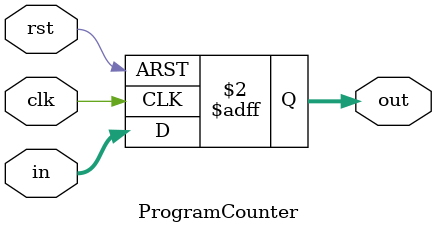
<source format=v>

module ProgramCounter(in, clk, rst, out);
  
  input [31:0] in;
  input clk, rst;
  output reg [31:0] out;
  
  // handle output and reset case
  always @ (negedge clk or posedge rst) begin
    if (rst)
      out <= 'h3000;
    else
      out <= in;
  end
  
endmodule



</source>
